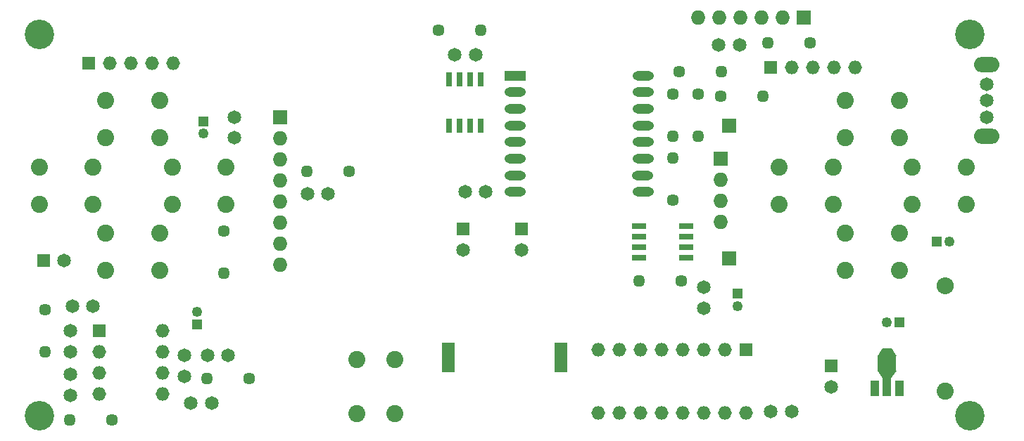
<source format=gbr>
G04 #@! TF.FileFunction,Soldermask,Top*
%FSLAX46Y46*%
G04 Gerber Fmt 4.6, Leading zero omitted, Abs format (unit mm)*
G04 Created by KiCad (PCBNEW 4.0.4-snap1-stable) date Wed Jun 19 19:26:08 2019*
%MOMM*%
%LPD*%
G01*
G04 APERTURE LIST*
%ADD10C,0.150000*%
%ADD11R,1.650000X1.650000*%
%ADD12C,1.650000*%
%ADD13R,1.750000X1.750000*%
%ADD14O,1.750000X1.750000*%
%ADD15R,1.250000X1.250000*%
%ADD16C,1.250000*%
%ADD17R,1.050000X1.950000*%
%ADD18R,1.050000X2.250000*%
%ADD19R,2.250000X1.890000*%
%ADD20C,2.050000*%
%ADD21O,2.050000X2.050000*%
%ADD22O,3.050000X1.850000*%
%ADD23C,1.450000*%
%ADD24O,1.450000X1.450000*%
%ADD25R,2.550000X1.150000*%
%ADD26O,2.550000X1.150000*%
%ADD27R,0.650000X1.800000*%
%ADD28R,1.800000X0.650000*%
%ADD29O,1.650000X1.650000*%
%ADD30R,1.650000X3.650000*%
%ADD31C,3.550000*%
G04 APERTURE END LIST*
D10*
D11*
X145000000Y-96500000D03*
D12*
X145000000Y-99000000D03*
X111500000Y-111750000D03*
X111500000Y-114250000D03*
D13*
X177000000Y-84000000D03*
X177000000Y-100000000D03*
X186000000Y-71000000D03*
D14*
X183460000Y-71000000D03*
X180920000Y-71000000D03*
X178380000Y-71000000D03*
X175840000Y-71000000D03*
X173300000Y-71000000D03*
D11*
X152000000Y-96500000D03*
D12*
X152000000Y-99000000D03*
D15*
X197500000Y-107750000D03*
D16*
X196000000Y-107750000D03*
D12*
X145250000Y-92000000D03*
X147750000Y-92000000D03*
D10*
G36*
X194875000Y-111783000D02*
X195475000Y-110883000D01*
X196525000Y-110883000D01*
X197125000Y-111783000D01*
X194875000Y-111783000D01*
X194875000Y-111783000D01*
G37*
D17*
X194500000Y-115680000D03*
D18*
X196000000Y-115533500D03*
D17*
X197500000Y-115680000D03*
D19*
X196000000Y-112666500D03*
D10*
G36*
X197125000Y-113551200D02*
X196425000Y-114601200D01*
X195575000Y-114601200D01*
X194875000Y-113551200D01*
X197125000Y-113551200D01*
X197125000Y-113551200D01*
G37*
D15*
X202000000Y-98000000D03*
D16*
X203500000Y-98000000D03*
D20*
X203000000Y-116000000D03*
D21*
X203000000Y-103300000D03*
D22*
X208000000Y-85300000D03*
X208000000Y-76700000D03*
D12*
X208000000Y-83000000D03*
X208000000Y-79000000D03*
X208000000Y-81000000D03*
D23*
X186750000Y-74000000D03*
D24*
X181670000Y-74000000D03*
D12*
X178250000Y-74250000D03*
X175750000Y-74250000D03*
D23*
X171000000Y-77500000D03*
D24*
X176080000Y-77500000D03*
D23*
X176000000Y-80500000D03*
D24*
X181080000Y-80500000D03*
D23*
X142000000Y-72500000D03*
D24*
X147080000Y-72500000D03*
D11*
X189250000Y-113000000D03*
D12*
X189250000Y-115500000D03*
X117500000Y-85500000D03*
X117500000Y-83000000D03*
D23*
X170250000Y-93000000D03*
D24*
X170250000Y-87920000D03*
D23*
X173250000Y-80250000D03*
D24*
X173250000Y-85330000D03*
D23*
X170250000Y-80250000D03*
D24*
X170250000Y-85330000D03*
D25*
X151300000Y-78000000D03*
D26*
X151300000Y-80000000D03*
X151300000Y-82000000D03*
X151300000Y-84000000D03*
X151300000Y-86000000D03*
X151300000Y-88000000D03*
X151300000Y-90000000D03*
X151300000Y-92000000D03*
X166700000Y-92000000D03*
X166600000Y-90000000D03*
X166700000Y-88000000D03*
X166700000Y-86000000D03*
X166700000Y-84000000D03*
X166700000Y-82000000D03*
X166700000Y-80000000D03*
X166700000Y-78000000D03*
D12*
X144000000Y-75500000D03*
X146500000Y-75500000D03*
D27*
X147155000Y-78450000D03*
X145885000Y-78450000D03*
X144615000Y-78450000D03*
X143345000Y-78450000D03*
X143345000Y-84050000D03*
X144615000Y-84050000D03*
X145885000Y-84050000D03*
X147155000Y-84050000D03*
D15*
X178000000Y-104250000D03*
D16*
X178000000Y-105750000D03*
D12*
X174000000Y-106000000D03*
X174000000Y-103500000D03*
D23*
X171250000Y-102750000D03*
D24*
X166170000Y-102750000D03*
D28*
X166200000Y-96095000D03*
X166200000Y-97365000D03*
X166200000Y-98635000D03*
X166200000Y-99905000D03*
X171800000Y-99905000D03*
X171800000Y-98635000D03*
X171800000Y-97365000D03*
X171800000Y-96095000D03*
D12*
X97750000Y-108750000D03*
X97750000Y-111250000D03*
D23*
X94750000Y-106250000D03*
D24*
X94750000Y-111330000D03*
D11*
X94500000Y-100250000D03*
D12*
X97000000Y-100250000D03*
X98000000Y-105750000D03*
X100500000Y-105750000D03*
X97750000Y-114000000D03*
X97750000Y-116500000D03*
D23*
X102750000Y-119500000D03*
D24*
X97670000Y-119500000D03*
D12*
X114750000Y-117500000D03*
X112250000Y-117500000D03*
D23*
X119250000Y-114500000D03*
D24*
X114170000Y-114500000D03*
D12*
X114250000Y-111750000D03*
X116750000Y-111750000D03*
D15*
X113000000Y-108000000D03*
D16*
X113000000Y-106500000D03*
D11*
X101250000Y-108750000D03*
D29*
X108870000Y-116370000D03*
X101250000Y-111290000D03*
X108870000Y-113830000D03*
X101250000Y-113830000D03*
X108870000Y-111290000D03*
X101250000Y-116370000D03*
X108870000Y-108750000D03*
D30*
X156800000Y-112000000D03*
X143200000Y-112000000D03*
D13*
X176000000Y-88000000D03*
D14*
X176000000Y-90540000D03*
X176000000Y-93080000D03*
X176000000Y-95620000D03*
D11*
X100000000Y-76500000D03*
D29*
X102540000Y-76500000D03*
X105080000Y-76500000D03*
X107620000Y-76500000D03*
X110160000Y-76500000D03*
D11*
X182000000Y-77000000D03*
D29*
X184540000Y-77000000D03*
X187080000Y-77000000D03*
X189620000Y-77000000D03*
X192160000Y-77000000D03*
D20*
X102000000Y-85500000D03*
X102000000Y-81000000D03*
X108500000Y-85500000D03*
X108500000Y-81000000D03*
X110000000Y-93500000D03*
X110000000Y-89000000D03*
X116500000Y-93500000D03*
X116500000Y-89000000D03*
X94000000Y-93500000D03*
X94000000Y-89000000D03*
X100500000Y-93500000D03*
X100500000Y-89000000D03*
X102000000Y-101500000D03*
X102000000Y-97000000D03*
X108500000Y-101500000D03*
X108500000Y-97000000D03*
X191000000Y-101500000D03*
X191000000Y-97000000D03*
X197500000Y-101500000D03*
X197500000Y-97000000D03*
X199000000Y-93500000D03*
X199000000Y-89000000D03*
X205500000Y-93500000D03*
X205500000Y-89000000D03*
X191000000Y-85500000D03*
X191000000Y-81000000D03*
X197500000Y-85500000D03*
X197500000Y-81000000D03*
X183000000Y-93500000D03*
X183000000Y-89000000D03*
X189500000Y-93500000D03*
X189500000Y-89000000D03*
X136750000Y-118750000D03*
X132250000Y-118750000D03*
X136750000Y-112250000D03*
X132250000Y-112250000D03*
D12*
X184500000Y-118500000D03*
X182000000Y-118500000D03*
D11*
X179000000Y-111000000D03*
D29*
X161220000Y-118620000D03*
X176460000Y-111000000D03*
X163760000Y-118620000D03*
X173920000Y-111000000D03*
X166300000Y-118620000D03*
X171380000Y-111000000D03*
X168840000Y-118620000D03*
X168840000Y-111000000D03*
X171380000Y-118620000D03*
X166300000Y-111000000D03*
X173920000Y-118620000D03*
X163760000Y-111000000D03*
X176460000Y-118620000D03*
X161220000Y-111000000D03*
X179000000Y-118620000D03*
D23*
X116250000Y-96750000D03*
D24*
X116250000Y-101830000D03*
D23*
X131250000Y-89500000D03*
D24*
X126170000Y-89500000D03*
D12*
X128750000Y-92250000D03*
X126250000Y-92250000D03*
D15*
X113750000Y-83500000D03*
D16*
X113750000Y-85000000D03*
D13*
X123000000Y-83000000D03*
D14*
X123000000Y-85540000D03*
X123000000Y-88080000D03*
X123000000Y-90620000D03*
X123000000Y-93160000D03*
X123000000Y-95700000D03*
X123000000Y-98240000D03*
X123000000Y-100780000D03*
D31*
X94000000Y-73000000D03*
X94000000Y-119000000D03*
X206000000Y-73000000D03*
X206000000Y-119000000D03*
M02*

</source>
